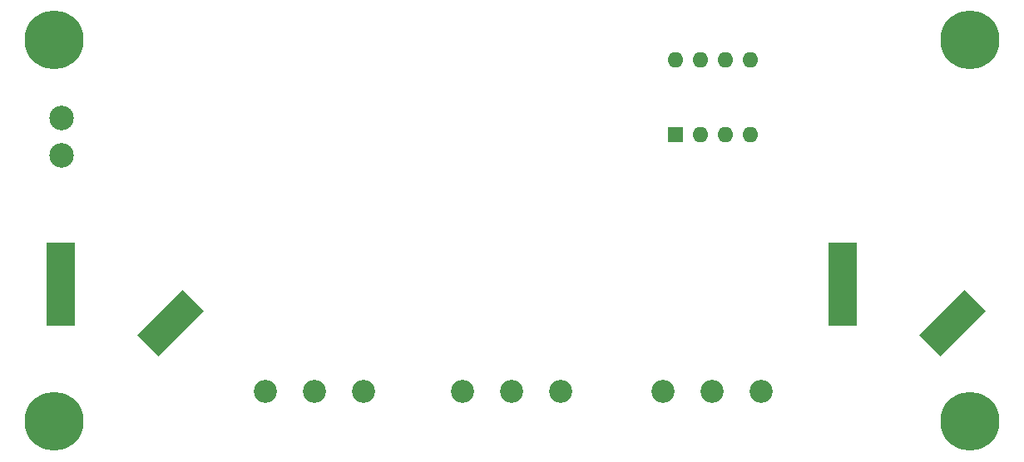
<source format=gbr>
%TF.GenerationSoftware,KiCad,Pcbnew,(6.0.0-0)*%
%TF.CreationDate,2022-11-16T00:40:36-05:00*%
%TF.ProjectId,amplifier,616d706c-6966-4696-9572-2e6b69636164,rev?*%
%TF.SameCoordinates,Original*%
%TF.FileFunction,Soldermask,Bot*%
%TF.FilePolarity,Negative*%
%FSLAX46Y46*%
G04 Gerber Fmt 4.6, Leading zero omitted, Abs format (unit mm)*
G04 Created by KiCad (PCBNEW (6.0.0-0)) date 2022-11-16 00:40:36*
%MOMM*%
%LPD*%
G01*
G04 APERTURE LIST*
G04 Aperture macros list*
%AMRotRect*
0 Rectangle, with rotation*
0 The origin of the aperture is its center*
0 $1 length*
0 $2 width*
0 $3 Rotation angle, in degrees counterclockwise*
0 Add horizontal line*
21,1,$1,$2,0,0,$3*%
G04 Aperture macros list end*
%ADD10C,6.000000*%
%ADD11C,0.800000*%
%ADD12R,1.600000X1.600000*%
%ADD13O,1.600000X1.600000*%
%ADD14C,2.340000*%
%ADD15R,3.000000X8.500000*%
%ADD16RotRect,3.000000X6.500000X315.000000*%
%ADD17C,2.500000*%
G04 APERTURE END LIST*
D10*
%TO.C,H4*%
X165125000Y-121412000D03*
D11*
X167375000Y-121412000D03*
X166715990Y-123002990D03*
X165125000Y-123662000D03*
X163534010Y-123002990D03*
X162875000Y-121412000D03*
X163534010Y-119821010D03*
X165125000Y-119162000D03*
X166715990Y-119821010D03*
%TD*%
D10*
%TO.C,H3*%
X71861000Y-121412000D03*
D11*
X74111000Y-121412000D03*
X73451990Y-123002990D03*
X71861000Y-123662000D03*
X70270010Y-123002990D03*
X69611000Y-121412000D03*
X70270010Y-119821010D03*
X71861000Y-119162000D03*
X73451990Y-119821010D03*
%TD*%
D10*
%TO.C,H2*%
X71861000Y-160274000D03*
D11*
X74111000Y-160274000D03*
X73451990Y-161864990D03*
X71861000Y-162524000D03*
X70270010Y-161864990D03*
X69611000Y-160274000D03*
X70270010Y-158683010D03*
X71861000Y-158024000D03*
X73451990Y-158683010D03*
%TD*%
D10*
%TO.C,H1*%
X165125000Y-160274000D03*
D11*
X167375000Y-160274000D03*
X166715990Y-161864990D03*
X165125000Y-162524000D03*
X163534010Y-161864990D03*
X162875000Y-160274000D03*
X163534010Y-158683010D03*
X165125000Y-158024000D03*
X166715990Y-158683010D03*
%TD*%
D12*
%TO.C,U1*%
X135138000Y-131054000D03*
D13*
X142758000Y-123434000D03*
X137678000Y-131054000D03*
X140218000Y-123434000D03*
X140218000Y-131054000D03*
X137678000Y-123434000D03*
X142758000Y-131054000D03*
X135138000Y-123434000D03*
%TD*%
D14*
%TO.C,RV3*%
X103378000Y-157220000D03*
X98378000Y-157220000D03*
X93378000Y-157220000D03*
%TD*%
%TO.C,RV2*%
X123444000Y-157220000D03*
X118444000Y-157220000D03*
X113444000Y-157220000D03*
%TD*%
%TO.C,RV1*%
X143837000Y-157226000D03*
X138837000Y-157226000D03*
X133837000Y-157226000D03*
%TD*%
D15*
%TO.C,J3*%
X152109000Y-146304000D03*
D16*
X163319000Y-150286000D03*
%TD*%
D17*
%TO.C,J2*%
X72623000Y-129352000D03*
X72623000Y-133162000D03*
%TD*%
D15*
%TO.C,J1*%
X72561000Y-146305000D03*
D16*
X83771000Y-150287000D03*
%TD*%
M02*

</source>
